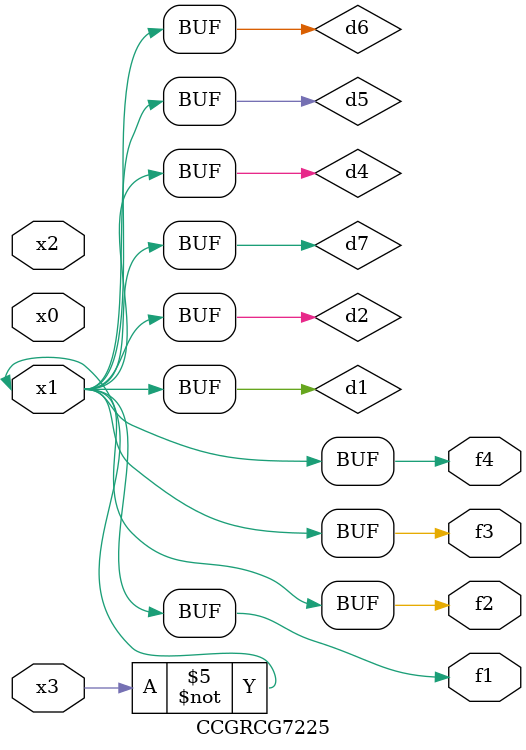
<source format=v>
module CCGRCG7225(
	input x0, x1, x2, x3,
	output f1, f2, f3, f4
);

	wire d1, d2, d3, d4, d5, d6, d7;

	not (d1, x3);
	buf (d2, x1);
	xnor (d3, d1, d2);
	nor (d4, d1);
	buf (d5, d1, d2);
	buf (d6, d4, d5);
	nand (d7, d4);
	assign f1 = d6;
	assign f2 = d7;
	assign f3 = d6;
	assign f4 = d6;
endmodule

</source>
